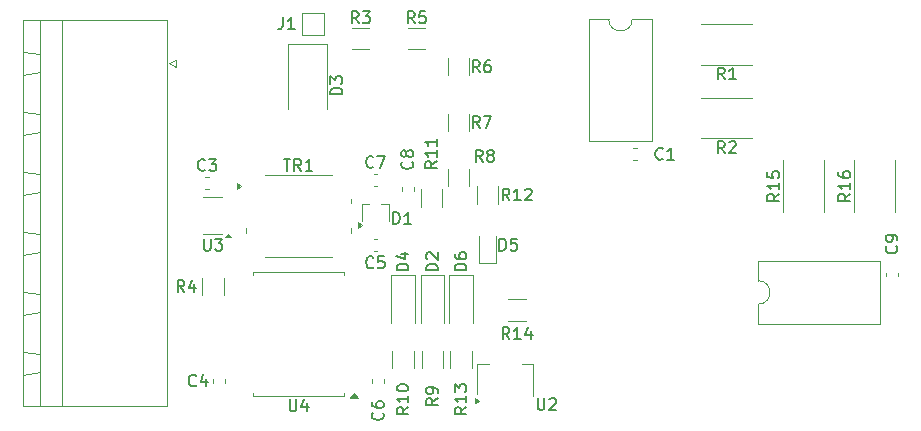
<source format=gbr>
%TF.GenerationSoftware,KiCad,Pcbnew,9.0.1-1.fc42*%
%TF.CreationDate,2025-04-25T16:42:34-04:00*%
%TF.ProjectId,IGBT_DRVR_CM400HA-24H,49474254-5f44-4525-9652-5f434d343030,rev?*%
%TF.SameCoordinates,Original*%
%TF.FileFunction,Legend,Top*%
%TF.FilePolarity,Positive*%
%FSLAX46Y46*%
G04 Gerber Fmt 4.6, Leading zero omitted, Abs format (unit mm)*
G04 Created by KiCad (PCBNEW 9.0.1-1.fc42) date 2025-04-25 16:42:34*
%MOMM*%
%LPD*%
G01*
G04 APERTURE LIST*
%ADD10C,0.150000*%
%ADD11C,0.120000*%
G04 APERTURE END LIST*
D10*
X122988095Y-108054819D02*
X122988095Y-108864342D01*
X122988095Y-108864342D02*
X123035714Y-108959580D01*
X123035714Y-108959580D02*
X123083333Y-109007200D01*
X123083333Y-109007200D02*
X123178571Y-109054819D01*
X123178571Y-109054819D02*
X123369047Y-109054819D01*
X123369047Y-109054819D02*
X123464285Y-109007200D01*
X123464285Y-109007200D02*
X123511904Y-108959580D01*
X123511904Y-108959580D02*
X123559523Y-108864342D01*
X123559523Y-108864342D02*
X123559523Y-108054819D01*
X124464285Y-108388152D02*
X124464285Y-109054819D01*
X124226190Y-108007200D02*
X123988095Y-108721485D01*
X123988095Y-108721485D02*
X124607142Y-108721485D01*
X159833333Y-87204819D02*
X159500000Y-86728628D01*
X159261905Y-87204819D02*
X159261905Y-86204819D01*
X159261905Y-86204819D02*
X159642857Y-86204819D01*
X159642857Y-86204819D02*
X159738095Y-86252438D01*
X159738095Y-86252438D02*
X159785714Y-86300057D01*
X159785714Y-86300057D02*
X159833333Y-86395295D01*
X159833333Y-86395295D02*
X159833333Y-86538152D01*
X159833333Y-86538152D02*
X159785714Y-86633390D01*
X159785714Y-86633390D02*
X159738095Y-86681009D01*
X159738095Y-86681009D02*
X159642857Y-86728628D01*
X159642857Y-86728628D02*
X159261905Y-86728628D01*
X160214286Y-86300057D02*
X160261905Y-86252438D01*
X160261905Y-86252438D02*
X160357143Y-86204819D01*
X160357143Y-86204819D02*
X160595238Y-86204819D01*
X160595238Y-86204819D02*
X160690476Y-86252438D01*
X160690476Y-86252438D02*
X160738095Y-86300057D01*
X160738095Y-86300057D02*
X160785714Y-86395295D01*
X160785714Y-86395295D02*
X160785714Y-86490533D01*
X160785714Y-86490533D02*
X160738095Y-86633390D01*
X160738095Y-86633390D02*
X160166667Y-87204819D01*
X160166667Y-87204819D02*
X160785714Y-87204819D01*
X135554819Y-107966666D02*
X135078628Y-108299999D01*
X135554819Y-108538094D02*
X134554819Y-108538094D01*
X134554819Y-108538094D02*
X134554819Y-108157142D01*
X134554819Y-108157142D02*
X134602438Y-108061904D01*
X134602438Y-108061904D02*
X134650057Y-108014285D01*
X134650057Y-108014285D02*
X134745295Y-107966666D01*
X134745295Y-107966666D02*
X134888152Y-107966666D01*
X134888152Y-107966666D02*
X134983390Y-108014285D01*
X134983390Y-108014285D02*
X135031009Y-108061904D01*
X135031009Y-108061904D02*
X135078628Y-108157142D01*
X135078628Y-108157142D02*
X135078628Y-108538094D01*
X135554819Y-107490475D02*
X135554819Y-107299999D01*
X135554819Y-107299999D02*
X135507200Y-107204761D01*
X135507200Y-107204761D02*
X135459580Y-107157142D01*
X135459580Y-107157142D02*
X135316723Y-107061904D01*
X135316723Y-107061904D02*
X135126247Y-107014285D01*
X135126247Y-107014285D02*
X134745295Y-107014285D01*
X134745295Y-107014285D02*
X134650057Y-107061904D01*
X134650057Y-107061904D02*
X134602438Y-107109523D01*
X134602438Y-107109523D02*
X134554819Y-107204761D01*
X134554819Y-107204761D02*
X134554819Y-107395237D01*
X134554819Y-107395237D02*
X134602438Y-107490475D01*
X134602438Y-107490475D02*
X134650057Y-107538094D01*
X134650057Y-107538094D02*
X134745295Y-107585713D01*
X134745295Y-107585713D02*
X134983390Y-107585713D01*
X134983390Y-107585713D02*
X135078628Y-107538094D01*
X135078628Y-107538094D02*
X135126247Y-107490475D01*
X135126247Y-107490475D02*
X135173866Y-107395237D01*
X135173866Y-107395237D02*
X135173866Y-107204761D01*
X135173866Y-107204761D02*
X135126247Y-107109523D01*
X135126247Y-107109523D02*
X135078628Y-107061904D01*
X135078628Y-107061904D02*
X134983390Y-107014285D01*
X135454819Y-87892857D02*
X134978628Y-88226190D01*
X135454819Y-88464285D02*
X134454819Y-88464285D01*
X134454819Y-88464285D02*
X134454819Y-88083333D01*
X134454819Y-88083333D02*
X134502438Y-87988095D01*
X134502438Y-87988095D02*
X134550057Y-87940476D01*
X134550057Y-87940476D02*
X134645295Y-87892857D01*
X134645295Y-87892857D02*
X134788152Y-87892857D01*
X134788152Y-87892857D02*
X134883390Y-87940476D01*
X134883390Y-87940476D02*
X134931009Y-87988095D01*
X134931009Y-87988095D02*
X134978628Y-88083333D01*
X134978628Y-88083333D02*
X134978628Y-88464285D01*
X135454819Y-86940476D02*
X135454819Y-87511904D01*
X135454819Y-87226190D02*
X134454819Y-87226190D01*
X134454819Y-87226190D02*
X134597676Y-87321428D01*
X134597676Y-87321428D02*
X134692914Y-87416666D01*
X134692914Y-87416666D02*
X134740533Y-87511904D01*
X135454819Y-85988095D02*
X135454819Y-86559523D01*
X135454819Y-86273809D02*
X134454819Y-86273809D01*
X134454819Y-86273809D02*
X134597676Y-86369047D01*
X134597676Y-86369047D02*
X134692914Y-86464285D01*
X134692914Y-86464285D02*
X134740533Y-86559523D01*
X115833333Y-88609580D02*
X115785714Y-88657200D01*
X115785714Y-88657200D02*
X115642857Y-88704819D01*
X115642857Y-88704819D02*
X115547619Y-88704819D01*
X115547619Y-88704819D02*
X115404762Y-88657200D01*
X115404762Y-88657200D02*
X115309524Y-88561961D01*
X115309524Y-88561961D02*
X115261905Y-88466723D01*
X115261905Y-88466723D02*
X115214286Y-88276247D01*
X115214286Y-88276247D02*
X115214286Y-88133390D01*
X115214286Y-88133390D02*
X115261905Y-87942914D01*
X115261905Y-87942914D02*
X115309524Y-87847676D01*
X115309524Y-87847676D02*
X115404762Y-87752438D01*
X115404762Y-87752438D02*
X115547619Y-87704819D01*
X115547619Y-87704819D02*
X115642857Y-87704819D01*
X115642857Y-87704819D02*
X115785714Y-87752438D01*
X115785714Y-87752438D02*
X115833333Y-87800057D01*
X116166667Y-87704819D02*
X116785714Y-87704819D01*
X116785714Y-87704819D02*
X116452381Y-88085771D01*
X116452381Y-88085771D02*
X116595238Y-88085771D01*
X116595238Y-88085771D02*
X116690476Y-88133390D01*
X116690476Y-88133390D02*
X116738095Y-88181009D01*
X116738095Y-88181009D02*
X116785714Y-88276247D01*
X116785714Y-88276247D02*
X116785714Y-88514342D01*
X116785714Y-88514342D02*
X116738095Y-88609580D01*
X116738095Y-88609580D02*
X116690476Y-88657200D01*
X116690476Y-88657200D02*
X116595238Y-88704819D01*
X116595238Y-88704819D02*
X116309524Y-88704819D01*
X116309524Y-88704819D02*
X116214286Y-88657200D01*
X116214286Y-88657200D02*
X116166667Y-88609580D01*
X122488095Y-87704819D02*
X123059523Y-87704819D01*
X122773809Y-88704819D02*
X122773809Y-87704819D01*
X123964285Y-88704819D02*
X123630952Y-88228628D01*
X123392857Y-88704819D02*
X123392857Y-87704819D01*
X123392857Y-87704819D02*
X123773809Y-87704819D01*
X123773809Y-87704819D02*
X123869047Y-87752438D01*
X123869047Y-87752438D02*
X123916666Y-87800057D01*
X123916666Y-87800057D02*
X123964285Y-87895295D01*
X123964285Y-87895295D02*
X123964285Y-88038152D01*
X123964285Y-88038152D02*
X123916666Y-88133390D01*
X123916666Y-88133390D02*
X123869047Y-88181009D01*
X123869047Y-88181009D02*
X123773809Y-88228628D01*
X123773809Y-88228628D02*
X123392857Y-88228628D01*
X124916666Y-88704819D02*
X124345238Y-88704819D01*
X124630952Y-88704819D02*
X124630952Y-87704819D01*
X124630952Y-87704819D02*
X124535714Y-87847676D01*
X124535714Y-87847676D02*
X124440476Y-87942914D01*
X124440476Y-87942914D02*
X124345238Y-87990533D01*
X164454819Y-90642857D02*
X163978628Y-90976190D01*
X164454819Y-91214285D02*
X163454819Y-91214285D01*
X163454819Y-91214285D02*
X163454819Y-90833333D01*
X163454819Y-90833333D02*
X163502438Y-90738095D01*
X163502438Y-90738095D02*
X163550057Y-90690476D01*
X163550057Y-90690476D02*
X163645295Y-90642857D01*
X163645295Y-90642857D02*
X163788152Y-90642857D01*
X163788152Y-90642857D02*
X163883390Y-90690476D01*
X163883390Y-90690476D02*
X163931009Y-90738095D01*
X163931009Y-90738095D02*
X163978628Y-90833333D01*
X163978628Y-90833333D02*
X163978628Y-91214285D01*
X164454819Y-89690476D02*
X164454819Y-90261904D01*
X164454819Y-89976190D02*
X163454819Y-89976190D01*
X163454819Y-89976190D02*
X163597676Y-90071428D01*
X163597676Y-90071428D02*
X163692914Y-90166666D01*
X163692914Y-90166666D02*
X163740533Y-90261904D01*
X163454819Y-88785714D02*
X163454819Y-89261904D01*
X163454819Y-89261904D02*
X163931009Y-89309523D01*
X163931009Y-89309523D02*
X163883390Y-89261904D01*
X163883390Y-89261904D02*
X163835771Y-89166666D01*
X163835771Y-89166666D02*
X163835771Y-88928571D01*
X163835771Y-88928571D02*
X163883390Y-88833333D01*
X163883390Y-88833333D02*
X163931009Y-88785714D01*
X163931009Y-88785714D02*
X164026247Y-88738095D01*
X164026247Y-88738095D02*
X164264342Y-88738095D01*
X164264342Y-88738095D02*
X164359580Y-88785714D01*
X164359580Y-88785714D02*
X164407200Y-88833333D01*
X164407200Y-88833333D02*
X164454819Y-88928571D01*
X164454819Y-88928571D02*
X164454819Y-89166666D01*
X164454819Y-89166666D02*
X164407200Y-89261904D01*
X164407200Y-89261904D02*
X164359580Y-89309523D01*
X137954819Y-108692857D02*
X137478628Y-109026190D01*
X137954819Y-109264285D02*
X136954819Y-109264285D01*
X136954819Y-109264285D02*
X136954819Y-108883333D01*
X136954819Y-108883333D02*
X137002438Y-108788095D01*
X137002438Y-108788095D02*
X137050057Y-108740476D01*
X137050057Y-108740476D02*
X137145295Y-108692857D01*
X137145295Y-108692857D02*
X137288152Y-108692857D01*
X137288152Y-108692857D02*
X137383390Y-108740476D01*
X137383390Y-108740476D02*
X137431009Y-108788095D01*
X137431009Y-108788095D02*
X137478628Y-108883333D01*
X137478628Y-108883333D02*
X137478628Y-109264285D01*
X137954819Y-107740476D02*
X137954819Y-108311904D01*
X137954819Y-108026190D02*
X136954819Y-108026190D01*
X136954819Y-108026190D02*
X137097676Y-108121428D01*
X137097676Y-108121428D02*
X137192914Y-108216666D01*
X137192914Y-108216666D02*
X137240533Y-108311904D01*
X136954819Y-107407142D02*
X136954819Y-106788095D01*
X136954819Y-106788095D02*
X137335771Y-107121428D01*
X137335771Y-107121428D02*
X137335771Y-106978571D01*
X137335771Y-106978571D02*
X137383390Y-106883333D01*
X137383390Y-106883333D02*
X137431009Y-106835714D01*
X137431009Y-106835714D02*
X137526247Y-106788095D01*
X137526247Y-106788095D02*
X137764342Y-106788095D01*
X137764342Y-106788095D02*
X137859580Y-106835714D01*
X137859580Y-106835714D02*
X137907200Y-106883333D01*
X137907200Y-106883333D02*
X137954819Y-106978571D01*
X137954819Y-106978571D02*
X137954819Y-107264285D01*
X137954819Y-107264285D02*
X137907200Y-107359523D01*
X137907200Y-107359523D02*
X137859580Y-107407142D01*
X133359580Y-87916666D02*
X133407200Y-87964285D01*
X133407200Y-87964285D02*
X133454819Y-88107142D01*
X133454819Y-88107142D02*
X133454819Y-88202380D01*
X133454819Y-88202380D02*
X133407200Y-88345237D01*
X133407200Y-88345237D02*
X133311961Y-88440475D01*
X133311961Y-88440475D02*
X133216723Y-88488094D01*
X133216723Y-88488094D02*
X133026247Y-88535713D01*
X133026247Y-88535713D02*
X132883390Y-88535713D01*
X132883390Y-88535713D02*
X132692914Y-88488094D01*
X132692914Y-88488094D02*
X132597676Y-88440475D01*
X132597676Y-88440475D02*
X132502438Y-88345237D01*
X132502438Y-88345237D02*
X132454819Y-88202380D01*
X132454819Y-88202380D02*
X132454819Y-88107142D01*
X132454819Y-88107142D02*
X132502438Y-87964285D01*
X132502438Y-87964285D02*
X132550057Y-87916666D01*
X132883390Y-87345237D02*
X132835771Y-87440475D01*
X132835771Y-87440475D02*
X132788152Y-87488094D01*
X132788152Y-87488094D02*
X132692914Y-87535713D01*
X132692914Y-87535713D02*
X132645295Y-87535713D01*
X132645295Y-87535713D02*
X132550057Y-87488094D01*
X132550057Y-87488094D02*
X132502438Y-87440475D01*
X132502438Y-87440475D02*
X132454819Y-87345237D01*
X132454819Y-87345237D02*
X132454819Y-87154761D01*
X132454819Y-87154761D02*
X132502438Y-87059523D01*
X132502438Y-87059523D02*
X132550057Y-87011904D01*
X132550057Y-87011904D02*
X132645295Y-86964285D01*
X132645295Y-86964285D02*
X132692914Y-86964285D01*
X132692914Y-86964285D02*
X132788152Y-87011904D01*
X132788152Y-87011904D02*
X132835771Y-87059523D01*
X132835771Y-87059523D02*
X132883390Y-87154761D01*
X132883390Y-87154761D02*
X132883390Y-87345237D01*
X132883390Y-87345237D02*
X132931009Y-87440475D01*
X132931009Y-87440475D02*
X132978628Y-87488094D01*
X132978628Y-87488094D02*
X133073866Y-87535713D01*
X133073866Y-87535713D02*
X133264342Y-87535713D01*
X133264342Y-87535713D02*
X133359580Y-87488094D01*
X133359580Y-87488094D02*
X133407200Y-87440475D01*
X133407200Y-87440475D02*
X133454819Y-87345237D01*
X133454819Y-87345237D02*
X133454819Y-87154761D01*
X133454819Y-87154761D02*
X133407200Y-87059523D01*
X133407200Y-87059523D02*
X133359580Y-87011904D01*
X133359580Y-87011904D02*
X133264342Y-86964285D01*
X133264342Y-86964285D02*
X133073866Y-86964285D01*
X133073866Y-86964285D02*
X132978628Y-87011904D01*
X132978628Y-87011904D02*
X132931009Y-87059523D01*
X132931009Y-87059523D02*
X132883390Y-87154761D01*
X139083333Y-80354819D02*
X138750000Y-79878628D01*
X138511905Y-80354819D02*
X138511905Y-79354819D01*
X138511905Y-79354819D02*
X138892857Y-79354819D01*
X138892857Y-79354819D02*
X138988095Y-79402438D01*
X138988095Y-79402438D02*
X139035714Y-79450057D01*
X139035714Y-79450057D02*
X139083333Y-79545295D01*
X139083333Y-79545295D02*
X139083333Y-79688152D01*
X139083333Y-79688152D02*
X139035714Y-79783390D01*
X139035714Y-79783390D02*
X138988095Y-79831009D01*
X138988095Y-79831009D02*
X138892857Y-79878628D01*
X138892857Y-79878628D02*
X138511905Y-79878628D01*
X139940476Y-79354819D02*
X139750000Y-79354819D01*
X139750000Y-79354819D02*
X139654762Y-79402438D01*
X139654762Y-79402438D02*
X139607143Y-79450057D01*
X139607143Y-79450057D02*
X139511905Y-79592914D01*
X139511905Y-79592914D02*
X139464286Y-79783390D01*
X139464286Y-79783390D02*
X139464286Y-80164342D01*
X139464286Y-80164342D02*
X139511905Y-80259580D01*
X139511905Y-80259580D02*
X139559524Y-80307200D01*
X139559524Y-80307200D02*
X139654762Y-80354819D01*
X139654762Y-80354819D02*
X139845238Y-80354819D01*
X139845238Y-80354819D02*
X139940476Y-80307200D01*
X139940476Y-80307200D02*
X139988095Y-80259580D01*
X139988095Y-80259580D02*
X140035714Y-80164342D01*
X140035714Y-80164342D02*
X140035714Y-79926247D01*
X140035714Y-79926247D02*
X139988095Y-79831009D01*
X139988095Y-79831009D02*
X139940476Y-79783390D01*
X139940476Y-79783390D02*
X139845238Y-79735771D01*
X139845238Y-79735771D02*
X139654762Y-79735771D01*
X139654762Y-79735771D02*
X139559524Y-79783390D01*
X139559524Y-79783390D02*
X139511905Y-79831009D01*
X139511905Y-79831009D02*
X139464286Y-79926247D01*
X131761905Y-93204819D02*
X131761905Y-92204819D01*
X131761905Y-92204819D02*
X132000000Y-92204819D01*
X132000000Y-92204819D02*
X132142857Y-92252438D01*
X132142857Y-92252438D02*
X132238095Y-92347676D01*
X132238095Y-92347676D02*
X132285714Y-92442914D01*
X132285714Y-92442914D02*
X132333333Y-92633390D01*
X132333333Y-92633390D02*
X132333333Y-92776247D01*
X132333333Y-92776247D02*
X132285714Y-92966723D01*
X132285714Y-92966723D02*
X132238095Y-93061961D01*
X132238095Y-93061961D02*
X132142857Y-93157200D01*
X132142857Y-93157200D02*
X132000000Y-93204819D01*
X132000000Y-93204819D02*
X131761905Y-93204819D01*
X133285714Y-93204819D02*
X132714286Y-93204819D01*
X133000000Y-93204819D02*
X133000000Y-92204819D01*
X133000000Y-92204819D02*
X132904762Y-92347676D01*
X132904762Y-92347676D02*
X132809524Y-92442914D01*
X132809524Y-92442914D02*
X132714286Y-92490533D01*
X114083333Y-98954819D02*
X113750000Y-98478628D01*
X113511905Y-98954819D02*
X113511905Y-97954819D01*
X113511905Y-97954819D02*
X113892857Y-97954819D01*
X113892857Y-97954819D02*
X113988095Y-98002438D01*
X113988095Y-98002438D02*
X114035714Y-98050057D01*
X114035714Y-98050057D02*
X114083333Y-98145295D01*
X114083333Y-98145295D02*
X114083333Y-98288152D01*
X114083333Y-98288152D02*
X114035714Y-98383390D01*
X114035714Y-98383390D02*
X113988095Y-98431009D01*
X113988095Y-98431009D02*
X113892857Y-98478628D01*
X113892857Y-98478628D02*
X113511905Y-98478628D01*
X114940476Y-98288152D02*
X114940476Y-98954819D01*
X114702381Y-97907200D02*
X114464286Y-98621485D01*
X114464286Y-98621485D02*
X115083333Y-98621485D01*
X143988095Y-107954819D02*
X143988095Y-108764342D01*
X143988095Y-108764342D02*
X144035714Y-108859580D01*
X144035714Y-108859580D02*
X144083333Y-108907200D01*
X144083333Y-108907200D02*
X144178571Y-108954819D01*
X144178571Y-108954819D02*
X144369047Y-108954819D01*
X144369047Y-108954819D02*
X144464285Y-108907200D01*
X144464285Y-108907200D02*
X144511904Y-108859580D01*
X144511904Y-108859580D02*
X144559523Y-108764342D01*
X144559523Y-108764342D02*
X144559523Y-107954819D01*
X144988095Y-108050057D02*
X145035714Y-108002438D01*
X145035714Y-108002438D02*
X145130952Y-107954819D01*
X145130952Y-107954819D02*
X145369047Y-107954819D01*
X145369047Y-107954819D02*
X145464285Y-108002438D01*
X145464285Y-108002438D02*
X145511904Y-108050057D01*
X145511904Y-108050057D02*
X145559523Y-108145295D01*
X145559523Y-108145295D02*
X145559523Y-108240533D01*
X145559523Y-108240533D02*
X145511904Y-108383390D01*
X145511904Y-108383390D02*
X144940476Y-108954819D01*
X144940476Y-108954819D02*
X145559523Y-108954819D01*
X115083333Y-106859580D02*
X115035714Y-106907200D01*
X115035714Y-106907200D02*
X114892857Y-106954819D01*
X114892857Y-106954819D02*
X114797619Y-106954819D01*
X114797619Y-106954819D02*
X114654762Y-106907200D01*
X114654762Y-106907200D02*
X114559524Y-106811961D01*
X114559524Y-106811961D02*
X114511905Y-106716723D01*
X114511905Y-106716723D02*
X114464286Y-106526247D01*
X114464286Y-106526247D02*
X114464286Y-106383390D01*
X114464286Y-106383390D02*
X114511905Y-106192914D01*
X114511905Y-106192914D02*
X114559524Y-106097676D01*
X114559524Y-106097676D02*
X114654762Y-106002438D01*
X114654762Y-106002438D02*
X114797619Y-105954819D01*
X114797619Y-105954819D02*
X114892857Y-105954819D01*
X114892857Y-105954819D02*
X115035714Y-106002438D01*
X115035714Y-106002438D02*
X115083333Y-106050057D01*
X115940476Y-106288152D02*
X115940476Y-106954819D01*
X115702381Y-105907200D02*
X115464286Y-106621485D01*
X115464286Y-106621485D02*
X116083333Y-106621485D01*
X141607142Y-102954819D02*
X141273809Y-102478628D01*
X141035714Y-102954819D02*
X141035714Y-101954819D01*
X141035714Y-101954819D02*
X141416666Y-101954819D01*
X141416666Y-101954819D02*
X141511904Y-102002438D01*
X141511904Y-102002438D02*
X141559523Y-102050057D01*
X141559523Y-102050057D02*
X141607142Y-102145295D01*
X141607142Y-102145295D02*
X141607142Y-102288152D01*
X141607142Y-102288152D02*
X141559523Y-102383390D01*
X141559523Y-102383390D02*
X141511904Y-102431009D01*
X141511904Y-102431009D02*
X141416666Y-102478628D01*
X141416666Y-102478628D02*
X141035714Y-102478628D01*
X142559523Y-102954819D02*
X141988095Y-102954819D01*
X142273809Y-102954819D02*
X142273809Y-101954819D01*
X142273809Y-101954819D02*
X142178571Y-102097676D01*
X142178571Y-102097676D02*
X142083333Y-102192914D01*
X142083333Y-102192914D02*
X141988095Y-102240533D01*
X143416666Y-102288152D02*
X143416666Y-102954819D01*
X143178571Y-101907200D02*
X142940476Y-102621485D01*
X142940476Y-102621485D02*
X143559523Y-102621485D01*
X154583333Y-87659580D02*
X154535714Y-87707200D01*
X154535714Y-87707200D02*
X154392857Y-87754819D01*
X154392857Y-87754819D02*
X154297619Y-87754819D01*
X154297619Y-87754819D02*
X154154762Y-87707200D01*
X154154762Y-87707200D02*
X154059524Y-87611961D01*
X154059524Y-87611961D02*
X154011905Y-87516723D01*
X154011905Y-87516723D02*
X153964286Y-87326247D01*
X153964286Y-87326247D02*
X153964286Y-87183390D01*
X153964286Y-87183390D02*
X154011905Y-86992914D01*
X154011905Y-86992914D02*
X154059524Y-86897676D01*
X154059524Y-86897676D02*
X154154762Y-86802438D01*
X154154762Y-86802438D02*
X154297619Y-86754819D01*
X154297619Y-86754819D02*
X154392857Y-86754819D01*
X154392857Y-86754819D02*
X154535714Y-86802438D01*
X154535714Y-86802438D02*
X154583333Y-86850057D01*
X155535714Y-87754819D02*
X154964286Y-87754819D01*
X155250000Y-87754819D02*
X155250000Y-86754819D01*
X155250000Y-86754819D02*
X155154762Y-86897676D01*
X155154762Y-86897676D02*
X155059524Y-86992914D01*
X155059524Y-86992914D02*
X154964286Y-87040533D01*
X130083333Y-96859580D02*
X130035714Y-96907200D01*
X130035714Y-96907200D02*
X129892857Y-96954819D01*
X129892857Y-96954819D02*
X129797619Y-96954819D01*
X129797619Y-96954819D02*
X129654762Y-96907200D01*
X129654762Y-96907200D02*
X129559524Y-96811961D01*
X129559524Y-96811961D02*
X129511905Y-96716723D01*
X129511905Y-96716723D02*
X129464286Y-96526247D01*
X129464286Y-96526247D02*
X129464286Y-96383390D01*
X129464286Y-96383390D02*
X129511905Y-96192914D01*
X129511905Y-96192914D02*
X129559524Y-96097676D01*
X129559524Y-96097676D02*
X129654762Y-96002438D01*
X129654762Y-96002438D02*
X129797619Y-95954819D01*
X129797619Y-95954819D02*
X129892857Y-95954819D01*
X129892857Y-95954819D02*
X130035714Y-96002438D01*
X130035714Y-96002438D02*
X130083333Y-96050057D01*
X130988095Y-95954819D02*
X130511905Y-95954819D01*
X130511905Y-95954819D02*
X130464286Y-96431009D01*
X130464286Y-96431009D02*
X130511905Y-96383390D01*
X130511905Y-96383390D02*
X130607143Y-96335771D01*
X130607143Y-96335771D02*
X130845238Y-96335771D01*
X130845238Y-96335771D02*
X130940476Y-96383390D01*
X130940476Y-96383390D02*
X130988095Y-96431009D01*
X130988095Y-96431009D02*
X131035714Y-96526247D01*
X131035714Y-96526247D02*
X131035714Y-96764342D01*
X131035714Y-96764342D02*
X130988095Y-96859580D01*
X130988095Y-96859580D02*
X130940476Y-96907200D01*
X130940476Y-96907200D02*
X130845238Y-96954819D01*
X130845238Y-96954819D02*
X130607143Y-96954819D01*
X130607143Y-96954819D02*
X130511905Y-96907200D01*
X130511905Y-96907200D02*
X130464286Y-96859580D01*
X130859580Y-109166666D02*
X130907200Y-109214285D01*
X130907200Y-109214285D02*
X130954819Y-109357142D01*
X130954819Y-109357142D02*
X130954819Y-109452380D01*
X130954819Y-109452380D02*
X130907200Y-109595237D01*
X130907200Y-109595237D02*
X130811961Y-109690475D01*
X130811961Y-109690475D02*
X130716723Y-109738094D01*
X130716723Y-109738094D02*
X130526247Y-109785713D01*
X130526247Y-109785713D02*
X130383390Y-109785713D01*
X130383390Y-109785713D02*
X130192914Y-109738094D01*
X130192914Y-109738094D02*
X130097676Y-109690475D01*
X130097676Y-109690475D02*
X130002438Y-109595237D01*
X130002438Y-109595237D02*
X129954819Y-109452380D01*
X129954819Y-109452380D02*
X129954819Y-109357142D01*
X129954819Y-109357142D02*
X130002438Y-109214285D01*
X130002438Y-109214285D02*
X130050057Y-109166666D01*
X129954819Y-108309523D02*
X129954819Y-108499999D01*
X129954819Y-108499999D02*
X130002438Y-108595237D01*
X130002438Y-108595237D02*
X130050057Y-108642856D01*
X130050057Y-108642856D02*
X130192914Y-108738094D01*
X130192914Y-108738094D02*
X130383390Y-108785713D01*
X130383390Y-108785713D02*
X130764342Y-108785713D01*
X130764342Y-108785713D02*
X130859580Y-108738094D01*
X130859580Y-108738094D02*
X130907200Y-108690475D01*
X130907200Y-108690475D02*
X130954819Y-108595237D01*
X130954819Y-108595237D02*
X130954819Y-108404761D01*
X130954819Y-108404761D02*
X130907200Y-108309523D01*
X130907200Y-108309523D02*
X130859580Y-108261904D01*
X130859580Y-108261904D02*
X130764342Y-108214285D01*
X130764342Y-108214285D02*
X130526247Y-108214285D01*
X130526247Y-108214285D02*
X130431009Y-108261904D01*
X130431009Y-108261904D02*
X130383390Y-108309523D01*
X130383390Y-108309523D02*
X130335771Y-108404761D01*
X130335771Y-108404761D02*
X130335771Y-108595237D01*
X130335771Y-108595237D02*
X130383390Y-108690475D01*
X130383390Y-108690475D02*
X130431009Y-108738094D01*
X130431009Y-108738094D02*
X130526247Y-108785713D01*
X159833333Y-80954819D02*
X159500000Y-80478628D01*
X159261905Y-80954819D02*
X159261905Y-79954819D01*
X159261905Y-79954819D02*
X159642857Y-79954819D01*
X159642857Y-79954819D02*
X159738095Y-80002438D01*
X159738095Y-80002438D02*
X159785714Y-80050057D01*
X159785714Y-80050057D02*
X159833333Y-80145295D01*
X159833333Y-80145295D02*
X159833333Y-80288152D01*
X159833333Y-80288152D02*
X159785714Y-80383390D01*
X159785714Y-80383390D02*
X159738095Y-80431009D01*
X159738095Y-80431009D02*
X159642857Y-80478628D01*
X159642857Y-80478628D02*
X159261905Y-80478628D01*
X160785714Y-80954819D02*
X160214286Y-80954819D01*
X160500000Y-80954819D02*
X160500000Y-79954819D01*
X160500000Y-79954819D02*
X160404762Y-80097676D01*
X160404762Y-80097676D02*
X160309524Y-80192914D01*
X160309524Y-80192914D02*
X160214286Y-80240533D01*
X130083333Y-88359580D02*
X130035714Y-88407200D01*
X130035714Y-88407200D02*
X129892857Y-88454819D01*
X129892857Y-88454819D02*
X129797619Y-88454819D01*
X129797619Y-88454819D02*
X129654762Y-88407200D01*
X129654762Y-88407200D02*
X129559524Y-88311961D01*
X129559524Y-88311961D02*
X129511905Y-88216723D01*
X129511905Y-88216723D02*
X129464286Y-88026247D01*
X129464286Y-88026247D02*
X129464286Y-87883390D01*
X129464286Y-87883390D02*
X129511905Y-87692914D01*
X129511905Y-87692914D02*
X129559524Y-87597676D01*
X129559524Y-87597676D02*
X129654762Y-87502438D01*
X129654762Y-87502438D02*
X129797619Y-87454819D01*
X129797619Y-87454819D02*
X129892857Y-87454819D01*
X129892857Y-87454819D02*
X130035714Y-87502438D01*
X130035714Y-87502438D02*
X130083333Y-87550057D01*
X130416667Y-87454819D02*
X131083333Y-87454819D01*
X131083333Y-87454819D02*
X130654762Y-88454819D01*
X115738095Y-94454819D02*
X115738095Y-95264342D01*
X115738095Y-95264342D02*
X115785714Y-95359580D01*
X115785714Y-95359580D02*
X115833333Y-95407200D01*
X115833333Y-95407200D02*
X115928571Y-95454819D01*
X115928571Y-95454819D02*
X116119047Y-95454819D01*
X116119047Y-95454819D02*
X116214285Y-95407200D01*
X116214285Y-95407200D02*
X116261904Y-95359580D01*
X116261904Y-95359580D02*
X116309523Y-95264342D01*
X116309523Y-95264342D02*
X116309523Y-94454819D01*
X116690476Y-94454819D02*
X117309523Y-94454819D01*
X117309523Y-94454819D02*
X116976190Y-94835771D01*
X116976190Y-94835771D02*
X117119047Y-94835771D01*
X117119047Y-94835771D02*
X117214285Y-94883390D01*
X117214285Y-94883390D02*
X117261904Y-94931009D01*
X117261904Y-94931009D02*
X117309523Y-95026247D01*
X117309523Y-95026247D02*
X117309523Y-95264342D01*
X117309523Y-95264342D02*
X117261904Y-95359580D01*
X117261904Y-95359580D02*
X117214285Y-95407200D01*
X117214285Y-95407200D02*
X117119047Y-95454819D01*
X117119047Y-95454819D02*
X116833333Y-95454819D01*
X116833333Y-95454819D02*
X116738095Y-95407200D01*
X116738095Y-95407200D02*
X116690476Y-95359580D01*
X122416666Y-75704819D02*
X122416666Y-76419104D01*
X122416666Y-76419104D02*
X122369047Y-76561961D01*
X122369047Y-76561961D02*
X122273809Y-76657200D01*
X122273809Y-76657200D02*
X122130952Y-76704819D01*
X122130952Y-76704819D02*
X122035714Y-76704819D01*
X123416666Y-76704819D02*
X122845238Y-76704819D01*
X123130952Y-76704819D02*
X123130952Y-75704819D01*
X123130952Y-75704819D02*
X123035714Y-75847676D01*
X123035714Y-75847676D02*
X122940476Y-75942914D01*
X122940476Y-75942914D02*
X122845238Y-75990533D01*
X140761905Y-95454819D02*
X140761905Y-94454819D01*
X140761905Y-94454819D02*
X141000000Y-94454819D01*
X141000000Y-94454819D02*
X141142857Y-94502438D01*
X141142857Y-94502438D02*
X141238095Y-94597676D01*
X141238095Y-94597676D02*
X141285714Y-94692914D01*
X141285714Y-94692914D02*
X141333333Y-94883390D01*
X141333333Y-94883390D02*
X141333333Y-95026247D01*
X141333333Y-95026247D02*
X141285714Y-95216723D01*
X141285714Y-95216723D02*
X141238095Y-95311961D01*
X141238095Y-95311961D02*
X141142857Y-95407200D01*
X141142857Y-95407200D02*
X141000000Y-95454819D01*
X141000000Y-95454819D02*
X140761905Y-95454819D01*
X142238095Y-94454819D02*
X141761905Y-94454819D01*
X141761905Y-94454819D02*
X141714286Y-94931009D01*
X141714286Y-94931009D02*
X141761905Y-94883390D01*
X141761905Y-94883390D02*
X141857143Y-94835771D01*
X141857143Y-94835771D02*
X142095238Y-94835771D01*
X142095238Y-94835771D02*
X142190476Y-94883390D01*
X142190476Y-94883390D02*
X142238095Y-94931009D01*
X142238095Y-94931009D02*
X142285714Y-95026247D01*
X142285714Y-95026247D02*
X142285714Y-95264342D01*
X142285714Y-95264342D02*
X142238095Y-95359580D01*
X142238095Y-95359580D02*
X142190476Y-95407200D01*
X142190476Y-95407200D02*
X142095238Y-95454819D01*
X142095238Y-95454819D02*
X141857143Y-95454819D01*
X141857143Y-95454819D02*
X141761905Y-95407200D01*
X141761905Y-95407200D02*
X141714286Y-95359580D01*
X139083333Y-85054819D02*
X138750000Y-84578628D01*
X138511905Y-85054819D02*
X138511905Y-84054819D01*
X138511905Y-84054819D02*
X138892857Y-84054819D01*
X138892857Y-84054819D02*
X138988095Y-84102438D01*
X138988095Y-84102438D02*
X139035714Y-84150057D01*
X139035714Y-84150057D02*
X139083333Y-84245295D01*
X139083333Y-84245295D02*
X139083333Y-84388152D01*
X139083333Y-84388152D02*
X139035714Y-84483390D01*
X139035714Y-84483390D02*
X138988095Y-84531009D01*
X138988095Y-84531009D02*
X138892857Y-84578628D01*
X138892857Y-84578628D02*
X138511905Y-84578628D01*
X139416667Y-84054819D02*
X140083333Y-84054819D01*
X140083333Y-84054819D02*
X139654762Y-85054819D01*
X133054819Y-97138094D02*
X132054819Y-97138094D01*
X132054819Y-97138094D02*
X132054819Y-96899999D01*
X132054819Y-96899999D02*
X132102438Y-96757142D01*
X132102438Y-96757142D02*
X132197676Y-96661904D01*
X132197676Y-96661904D02*
X132292914Y-96614285D01*
X132292914Y-96614285D02*
X132483390Y-96566666D01*
X132483390Y-96566666D02*
X132626247Y-96566666D01*
X132626247Y-96566666D02*
X132816723Y-96614285D01*
X132816723Y-96614285D02*
X132911961Y-96661904D01*
X132911961Y-96661904D02*
X133007200Y-96757142D01*
X133007200Y-96757142D02*
X133054819Y-96899999D01*
X133054819Y-96899999D02*
X133054819Y-97138094D01*
X132388152Y-95709523D02*
X133054819Y-95709523D01*
X132007200Y-95947618D02*
X132721485Y-96185713D01*
X132721485Y-96185713D02*
X132721485Y-95566666D01*
X174359580Y-95066666D02*
X174407200Y-95114285D01*
X174407200Y-95114285D02*
X174454819Y-95257142D01*
X174454819Y-95257142D02*
X174454819Y-95352380D01*
X174454819Y-95352380D02*
X174407200Y-95495237D01*
X174407200Y-95495237D02*
X174311961Y-95590475D01*
X174311961Y-95590475D02*
X174216723Y-95638094D01*
X174216723Y-95638094D02*
X174026247Y-95685713D01*
X174026247Y-95685713D02*
X173883390Y-95685713D01*
X173883390Y-95685713D02*
X173692914Y-95638094D01*
X173692914Y-95638094D02*
X173597676Y-95590475D01*
X173597676Y-95590475D02*
X173502438Y-95495237D01*
X173502438Y-95495237D02*
X173454819Y-95352380D01*
X173454819Y-95352380D02*
X173454819Y-95257142D01*
X173454819Y-95257142D02*
X173502438Y-95114285D01*
X173502438Y-95114285D02*
X173550057Y-95066666D01*
X174454819Y-94590475D02*
X174454819Y-94399999D01*
X174454819Y-94399999D02*
X174407200Y-94304761D01*
X174407200Y-94304761D02*
X174359580Y-94257142D01*
X174359580Y-94257142D02*
X174216723Y-94161904D01*
X174216723Y-94161904D02*
X174026247Y-94114285D01*
X174026247Y-94114285D02*
X173645295Y-94114285D01*
X173645295Y-94114285D02*
X173550057Y-94161904D01*
X173550057Y-94161904D02*
X173502438Y-94209523D01*
X173502438Y-94209523D02*
X173454819Y-94304761D01*
X173454819Y-94304761D02*
X173454819Y-94495237D01*
X173454819Y-94495237D02*
X173502438Y-94590475D01*
X173502438Y-94590475D02*
X173550057Y-94638094D01*
X173550057Y-94638094D02*
X173645295Y-94685713D01*
X173645295Y-94685713D02*
X173883390Y-94685713D01*
X173883390Y-94685713D02*
X173978628Y-94638094D01*
X173978628Y-94638094D02*
X174026247Y-94590475D01*
X174026247Y-94590475D02*
X174073866Y-94495237D01*
X174073866Y-94495237D02*
X174073866Y-94304761D01*
X174073866Y-94304761D02*
X174026247Y-94209523D01*
X174026247Y-94209523D02*
X173978628Y-94161904D01*
X173978628Y-94161904D02*
X173883390Y-94114285D01*
X133583333Y-76204819D02*
X133250000Y-75728628D01*
X133011905Y-76204819D02*
X133011905Y-75204819D01*
X133011905Y-75204819D02*
X133392857Y-75204819D01*
X133392857Y-75204819D02*
X133488095Y-75252438D01*
X133488095Y-75252438D02*
X133535714Y-75300057D01*
X133535714Y-75300057D02*
X133583333Y-75395295D01*
X133583333Y-75395295D02*
X133583333Y-75538152D01*
X133583333Y-75538152D02*
X133535714Y-75633390D01*
X133535714Y-75633390D02*
X133488095Y-75681009D01*
X133488095Y-75681009D02*
X133392857Y-75728628D01*
X133392857Y-75728628D02*
X133011905Y-75728628D01*
X134488095Y-75204819D02*
X134011905Y-75204819D01*
X134011905Y-75204819D02*
X133964286Y-75681009D01*
X133964286Y-75681009D02*
X134011905Y-75633390D01*
X134011905Y-75633390D02*
X134107143Y-75585771D01*
X134107143Y-75585771D02*
X134345238Y-75585771D01*
X134345238Y-75585771D02*
X134440476Y-75633390D01*
X134440476Y-75633390D02*
X134488095Y-75681009D01*
X134488095Y-75681009D02*
X134535714Y-75776247D01*
X134535714Y-75776247D02*
X134535714Y-76014342D01*
X134535714Y-76014342D02*
X134488095Y-76109580D01*
X134488095Y-76109580D02*
X134440476Y-76157200D01*
X134440476Y-76157200D02*
X134345238Y-76204819D01*
X134345238Y-76204819D02*
X134107143Y-76204819D01*
X134107143Y-76204819D02*
X134011905Y-76157200D01*
X134011905Y-76157200D02*
X133964286Y-76109580D01*
X137954819Y-97138094D02*
X136954819Y-97138094D01*
X136954819Y-97138094D02*
X136954819Y-96899999D01*
X136954819Y-96899999D02*
X137002438Y-96757142D01*
X137002438Y-96757142D02*
X137097676Y-96661904D01*
X137097676Y-96661904D02*
X137192914Y-96614285D01*
X137192914Y-96614285D02*
X137383390Y-96566666D01*
X137383390Y-96566666D02*
X137526247Y-96566666D01*
X137526247Y-96566666D02*
X137716723Y-96614285D01*
X137716723Y-96614285D02*
X137811961Y-96661904D01*
X137811961Y-96661904D02*
X137907200Y-96757142D01*
X137907200Y-96757142D02*
X137954819Y-96899999D01*
X137954819Y-96899999D02*
X137954819Y-97138094D01*
X136954819Y-95709523D02*
X136954819Y-95899999D01*
X136954819Y-95899999D02*
X137002438Y-95995237D01*
X137002438Y-95995237D02*
X137050057Y-96042856D01*
X137050057Y-96042856D02*
X137192914Y-96138094D01*
X137192914Y-96138094D02*
X137383390Y-96185713D01*
X137383390Y-96185713D02*
X137764342Y-96185713D01*
X137764342Y-96185713D02*
X137859580Y-96138094D01*
X137859580Y-96138094D02*
X137907200Y-96090475D01*
X137907200Y-96090475D02*
X137954819Y-95995237D01*
X137954819Y-95995237D02*
X137954819Y-95804761D01*
X137954819Y-95804761D02*
X137907200Y-95709523D01*
X137907200Y-95709523D02*
X137859580Y-95661904D01*
X137859580Y-95661904D02*
X137764342Y-95614285D01*
X137764342Y-95614285D02*
X137526247Y-95614285D01*
X137526247Y-95614285D02*
X137431009Y-95661904D01*
X137431009Y-95661904D02*
X137383390Y-95709523D01*
X137383390Y-95709523D02*
X137335771Y-95804761D01*
X137335771Y-95804761D02*
X137335771Y-95995237D01*
X137335771Y-95995237D02*
X137383390Y-96090475D01*
X137383390Y-96090475D02*
X137431009Y-96138094D01*
X137431009Y-96138094D02*
X137526247Y-96185713D01*
X170454819Y-90642857D02*
X169978628Y-90976190D01*
X170454819Y-91214285D02*
X169454819Y-91214285D01*
X169454819Y-91214285D02*
X169454819Y-90833333D01*
X169454819Y-90833333D02*
X169502438Y-90738095D01*
X169502438Y-90738095D02*
X169550057Y-90690476D01*
X169550057Y-90690476D02*
X169645295Y-90642857D01*
X169645295Y-90642857D02*
X169788152Y-90642857D01*
X169788152Y-90642857D02*
X169883390Y-90690476D01*
X169883390Y-90690476D02*
X169931009Y-90738095D01*
X169931009Y-90738095D02*
X169978628Y-90833333D01*
X169978628Y-90833333D02*
X169978628Y-91214285D01*
X170454819Y-89690476D02*
X170454819Y-90261904D01*
X170454819Y-89976190D02*
X169454819Y-89976190D01*
X169454819Y-89976190D02*
X169597676Y-90071428D01*
X169597676Y-90071428D02*
X169692914Y-90166666D01*
X169692914Y-90166666D02*
X169740533Y-90261904D01*
X169454819Y-88833333D02*
X169454819Y-89023809D01*
X169454819Y-89023809D02*
X169502438Y-89119047D01*
X169502438Y-89119047D02*
X169550057Y-89166666D01*
X169550057Y-89166666D02*
X169692914Y-89261904D01*
X169692914Y-89261904D02*
X169883390Y-89309523D01*
X169883390Y-89309523D02*
X170264342Y-89309523D01*
X170264342Y-89309523D02*
X170359580Y-89261904D01*
X170359580Y-89261904D02*
X170407200Y-89214285D01*
X170407200Y-89214285D02*
X170454819Y-89119047D01*
X170454819Y-89119047D02*
X170454819Y-88928571D01*
X170454819Y-88928571D02*
X170407200Y-88833333D01*
X170407200Y-88833333D02*
X170359580Y-88785714D01*
X170359580Y-88785714D02*
X170264342Y-88738095D01*
X170264342Y-88738095D02*
X170026247Y-88738095D01*
X170026247Y-88738095D02*
X169931009Y-88785714D01*
X169931009Y-88785714D02*
X169883390Y-88833333D01*
X169883390Y-88833333D02*
X169835771Y-88928571D01*
X169835771Y-88928571D02*
X169835771Y-89119047D01*
X169835771Y-89119047D02*
X169883390Y-89214285D01*
X169883390Y-89214285D02*
X169931009Y-89261904D01*
X169931009Y-89261904D02*
X170026247Y-89309523D01*
X127454819Y-82238094D02*
X126454819Y-82238094D01*
X126454819Y-82238094D02*
X126454819Y-81999999D01*
X126454819Y-81999999D02*
X126502438Y-81857142D01*
X126502438Y-81857142D02*
X126597676Y-81761904D01*
X126597676Y-81761904D02*
X126692914Y-81714285D01*
X126692914Y-81714285D02*
X126883390Y-81666666D01*
X126883390Y-81666666D02*
X127026247Y-81666666D01*
X127026247Y-81666666D02*
X127216723Y-81714285D01*
X127216723Y-81714285D02*
X127311961Y-81761904D01*
X127311961Y-81761904D02*
X127407200Y-81857142D01*
X127407200Y-81857142D02*
X127454819Y-81999999D01*
X127454819Y-81999999D02*
X127454819Y-82238094D01*
X126454819Y-81333332D02*
X126454819Y-80714285D01*
X126454819Y-80714285D02*
X126835771Y-81047618D01*
X126835771Y-81047618D02*
X126835771Y-80904761D01*
X126835771Y-80904761D02*
X126883390Y-80809523D01*
X126883390Y-80809523D02*
X126931009Y-80761904D01*
X126931009Y-80761904D02*
X127026247Y-80714285D01*
X127026247Y-80714285D02*
X127264342Y-80714285D01*
X127264342Y-80714285D02*
X127359580Y-80761904D01*
X127359580Y-80761904D02*
X127407200Y-80809523D01*
X127407200Y-80809523D02*
X127454819Y-80904761D01*
X127454819Y-80904761D02*
X127454819Y-81190475D01*
X127454819Y-81190475D02*
X127407200Y-81285713D01*
X127407200Y-81285713D02*
X127359580Y-81333332D01*
X128833333Y-76204819D02*
X128500000Y-75728628D01*
X128261905Y-76204819D02*
X128261905Y-75204819D01*
X128261905Y-75204819D02*
X128642857Y-75204819D01*
X128642857Y-75204819D02*
X128738095Y-75252438D01*
X128738095Y-75252438D02*
X128785714Y-75300057D01*
X128785714Y-75300057D02*
X128833333Y-75395295D01*
X128833333Y-75395295D02*
X128833333Y-75538152D01*
X128833333Y-75538152D02*
X128785714Y-75633390D01*
X128785714Y-75633390D02*
X128738095Y-75681009D01*
X128738095Y-75681009D02*
X128642857Y-75728628D01*
X128642857Y-75728628D02*
X128261905Y-75728628D01*
X129166667Y-75204819D02*
X129785714Y-75204819D01*
X129785714Y-75204819D02*
X129452381Y-75585771D01*
X129452381Y-75585771D02*
X129595238Y-75585771D01*
X129595238Y-75585771D02*
X129690476Y-75633390D01*
X129690476Y-75633390D02*
X129738095Y-75681009D01*
X129738095Y-75681009D02*
X129785714Y-75776247D01*
X129785714Y-75776247D02*
X129785714Y-76014342D01*
X129785714Y-76014342D02*
X129738095Y-76109580D01*
X129738095Y-76109580D02*
X129690476Y-76157200D01*
X129690476Y-76157200D02*
X129595238Y-76204819D01*
X129595238Y-76204819D02*
X129309524Y-76204819D01*
X129309524Y-76204819D02*
X129214286Y-76157200D01*
X129214286Y-76157200D02*
X129166667Y-76109580D01*
X139333333Y-87954819D02*
X139000000Y-87478628D01*
X138761905Y-87954819D02*
X138761905Y-86954819D01*
X138761905Y-86954819D02*
X139142857Y-86954819D01*
X139142857Y-86954819D02*
X139238095Y-87002438D01*
X139238095Y-87002438D02*
X139285714Y-87050057D01*
X139285714Y-87050057D02*
X139333333Y-87145295D01*
X139333333Y-87145295D02*
X139333333Y-87288152D01*
X139333333Y-87288152D02*
X139285714Y-87383390D01*
X139285714Y-87383390D02*
X139238095Y-87431009D01*
X139238095Y-87431009D02*
X139142857Y-87478628D01*
X139142857Y-87478628D02*
X138761905Y-87478628D01*
X139904762Y-87383390D02*
X139809524Y-87335771D01*
X139809524Y-87335771D02*
X139761905Y-87288152D01*
X139761905Y-87288152D02*
X139714286Y-87192914D01*
X139714286Y-87192914D02*
X139714286Y-87145295D01*
X139714286Y-87145295D02*
X139761905Y-87050057D01*
X139761905Y-87050057D02*
X139809524Y-87002438D01*
X139809524Y-87002438D02*
X139904762Y-86954819D01*
X139904762Y-86954819D02*
X140095238Y-86954819D01*
X140095238Y-86954819D02*
X140190476Y-87002438D01*
X140190476Y-87002438D02*
X140238095Y-87050057D01*
X140238095Y-87050057D02*
X140285714Y-87145295D01*
X140285714Y-87145295D02*
X140285714Y-87192914D01*
X140285714Y-87192914D02*
X140238095Y-87288152D01*
X140238095Y-87288152D02*
X140190476Y-87335771D01*
X140190476Y-87335771D02*
X140095238Y-87383390D01*
X140095238Y-87383390D02*
X139904762Y-87383390D01*
X139904762Y-87383390D02*
X139809524Y-87431009D01*
X139809524Y-87431009D02*
X139761905Y-87478628D01*
X139761905Y-87478628D02*
X139714286Y-87573866D01*
X139714286Y-87573866D02*
X139714286Y-87764342D01*
X139714286Y-87764342D02*
X139761905Y-87859580D01*
X139761905Y-87859580D02*
X139809524Y-87907200D01*
X139809524Y-87907200D02*
X139904762Y-87954819D01*
X139904762Y-87954819D02*
X140095238Y-87954819D01*
X140095238Y-87954819D02*
X140190476Y-87907200D01*
X140190476Y-87907200D02*
X140238095Y-87859580D01*
X140238095Y-87859580D02*
X140285714Y-87764342D01*
X140285714Y-87764342D02*
X140285714Y-87573866D01*
X140285714Y-87573866D02*
X140238095Y-87478628D01*
X140238095Y-87478628D02*
X140190476Y-87431009D01*
X140190476Y-87431009D02*
X140095238Y-87383390D01*
X141607142Y-91204819D02*
X141273809Y-90728628D01*
X141035714Y-91204819D02*
X141035714Y-90204819D01*
X141035714Y-90204819D02*
X141416666Y-90204819D01*
X141416666Y-90204819D02*
X141511904Y-90252438D01*
X141511904Y-90252438D02*
X141559523Y-90300057D01*
X141559523Y-90300057D02*
X141607142Y-90395295D01*
X141607142Y-90395295D02*
X141607142Y-90538152D01*
X141607142Y-90538152D02*
X141559523Y-90633390D01*
X141559523Y-90633390D02*
X141511904Y-90681009D01*
X141511904Y-90681009D02*
X141416666Y-90728628D01*
X141416666Y-90728628D02*
X141035714Y-90728628D01*
X142559523Y-91204819D02*
X141988095Y-91204819D01*
X142273809Y-91204819D02*
X142273809Y-90204819D01*
X142273809Y-90204819D02*
X142178571Y-90347676D01*
X142178571Y-90347676D02*
X142083333Y-90442914D01*
X142083333Y-90442914D02*
X141988095Y-90490533D01*
X142940476Y-90300057D02*
X142988095Y-90252438D01*
X142988095Y-90252438D02*
X143083333Y-90204819D01*
X143083333Y-90204819D02*
X143321428Y-90204819D01*
X143321428Y-90204819D02*
X143416666Y-90252438D01*
X143416666Y-90252438D02*
X143464285Y-90300057D01*
X143464285Y-90300057D02*
X143511904Y-90395295D01*
X143511904Y-90395295D02*
X143511904Y-90490533D01*
X143511904Y-90490533D02*
X143464285Y-90633390D01*
X143464285Y-90633390D02*
X142892857Y-91204819D01*
X142892857Y-91204819D02*
X143511904Y-91204819D01*
X133054819Y-108692857D02*
X132578628Y-109026190D01*
X133054819Y-109264285D02*
X132054819Y-109264285D01*
X132054819Y-109264285D02*
X132054819Y-108883333D01*
X132054819Y-108883333D02*
X132102438Y-108788095D01*
X132102438Y-108788095D02*
X132150057Y-108740476D01*
X132150057Y-108740476D02*
X132245295Y-108692857D01*
X132245295Y-108692857D02*
X132388152Y-108692857D01*
X132388152Y-108692857D02*
X132483390Y-108740476D01*
X132483390Y-108740476D02*
X132531009Y-108788095D01*
X132531009Y-108788095D02*
X132578628Y-108883333D01*
X132578628Y-108883333D02*
X132578628Y-109264285D01*
X133054819Y-107740476D02*
X133054819Y-108311904D01*
X133054819Y-108026190D02*
X132054819Y-108026190D01*
X132054819Y-108026190D02*
X132197676Y-108121428D01*
X132197676Y-108121428D02*
X132292914Y-108216666D01*
X132292914Y-108216666D02*
X132340533Y-108311904D01*
X132054819Y-107121428D02*
X132054819Y-107026190D01*
X132054819Y-107026190D02*
X132102438Y-106930952D01*
X132102438Y-106930952D02*
X132150057Y-106883333D01*
X132150057Y-106883333D02*
X132245295Y-106835714D01*
X132245295Y-106835714D02*
X132435771Y-106788095D01*
X132435771Y-106788095D02*
X132673866Y-106788095D01*
X132673866Y-106788095D02*
X132864342Y-106835714D01*
X132864342Y-106835714D02*
X132959580Y-106883333D01*
X132959580Y-106883333D02*
X133007200Y-106930952D01*
X133007200Y-106930952D02*
X133054819Y-107026190D01*
X133054819Y-107026190D02*
X133054819Y-107121428D01*
X133054819Y-107121428D02*
X133007200Y-107216666D01*
X133007200Y-107216666D02*
X132959580Y-107264285D01*
X132959580Y-107264285D02*
X132864342Y-107311904D01*
X132864342Y-107311904D02*
X132673866Y-107359523D01*
X132673866Y-107359523D02*
X132435771Y-107359523D01*
X132435771Y-107359523D02*
X132245295Y-107311904D01*
X132245295Y-107311904D02*
X132150057Y-107264285D01*
X132150057Y-107264285D02*
X132102438Y-107216666D01*
X132102438Y-107216666D02*
X132054819Y-107121428D01*
X135554819Y-97138094D02*
X134554819Y-97138094D01*
X134554819Y-97138094D02*
X134554819Y-96899999D01*
X134554819Y-96899999D02*
X134602438Y-96757142D01*
X134602438Y-96757142D02*
X134697676Y-96661904D01*
X134697676Y-96661904D02*
X134792914Y-96614285D01*
X134792914Y-96614285D02*
X134983390Y-96566666D01*
X134983390Y-96566666D02*
X135126247Y-96566666D01*
X135126247Y-96566666D02*
X135316723Y-96614285D01*
X135316723Y-96614285D02*
X135411961Y-96661904D01*
X135411961Y-96661904D02*
X135507200Y-96757142D01*
X135507200Y-96757142D02*
X135554819Y-96899999D01*
X135554819Y-96899999D02*
X135554819Y-97138094D01*
X134650057Y-96185713D02*
X134602438Y-96138094D01*
X134602438Y-96138094D02*
X134554819Y-96042856D01*
X134554819Y-96042856D02*
X134554819Y-95804761D01*
X134554819Y-95804761D02*
X134602438Y-95709523D01*
X134602438Y-95709523D02*
X134650057Y-95661904D01*
X134650057Y-95661904D02*
X134745295Y-95614285D01*
X134745295Y-95614285D02*
X134840533Y-95614285D01*
X134840533Y-95614285D02*
X134983390Y-95661904D01*
X134983390Y-95661904D02*
X135554819Y-96233332D01*
X135554819Y-96233332D02*
X135554819Y-95614285D01*
D11*
%TO.C,J5*%
X100390000Y-75950000D02*
X100390000Y-108650000D01*
X100390000Y-78600000D02*
X100390000Y-80600000D01*
X100390000Y-80600000D02*
X101890000Y-80350000D01*
X100390000Y-83680000D02*
X100390000Y-85680000D01*
X100390000Y-85680000D02*
X101890000Y-85430000D01*
X100390000Y-88760000D02*
X100390000Y-90760000D01*
X100390000Y-90760000D02*
X101890000Y-90510000D01*
X100390000Y-93840000D02*
X100390000Y-95840000D01*
X100390000Y-95840000D02*
X101890000Y-95590000D01*
X100390000Y-98920000D02*
X100390000Y-100920000D01*
X100390000Y-100920000D02*
X101890000Y-100670000D01*
X100390000Y-104000000D02*
X100390000Y-106000000D01*
X100390000Y-106000000D02*
X101890000Y-105750000D01*
X100390000Y-108650000D02*
X112610000Y-108650000D01*
X101890000Y-75950000D02*
X103690000Y-75950000D01*
X101890000Y-78850000D02*
X100390000Y-78600000D01*
X101890000Y-80350000D02*
X101890000Y-78850000D01*
X101890000Y-83930000D02*
X100390000Y-83680000D01*
X101890000Y-85430000D02*
X101890000Y-83930000D01*
X101890000Y-89010000D02*
X100390000Y-88760000D01*
X101890000Y-90510000D02*
X101890000Y-89010000D01*
X101890000Y-94090000D02*
X100390000Y-93840000D01*
X101890000Y-95590000D02*
X101890000Y-94090000D01*
X101890000Y-99170000D02*
X100390000Y-98920000D01*
X101890000Y-100670000D02*
X101890000Y-99170000D01*
X101890000Y-104250000D02*
X100390000Y-104000000D01*
X101890000Y-105750000D02*
X101890000Y-104250000D01*
X101890000Y-108650000D02*
X101890000Y-75950000D01*
X103690000Y-75950000D02*
X103690000Y-108650000D01*
X103690000Y-108650000D02*
X101890000Y-108650000D01*
X112610000Y-75950000D02*
X100390000Y-75950000D01*
X112610000Y-108650000D02*
X112610000Y-75950000D01*
X112810000Y-79600000D02*
X113410000Y-79300000D01*
X113410000Y-79300000D02*
X113410000Y-79900000D01*
X113410000Y-79900000D02*
X112810000Y-79600000D01*
%TO.C,U4*%
X119890000Y-97240000D02*
X119890000Y-97495000D01*
X119890000Y-107760000D02*
X119890000Y-107505000D01*
X123750000Y-97240000D02*
X119890000Y-97240000D01*
X123750000Y-97240000D02*
X127610000Y-97240000D01*
X123750000Y-107760000D02*
X119890000Y-107760000D01*
X123750000Y-107760000D02*
X127610000Y-107760000D01*
X127610000Y-97240000D02*
X127610000Y-97495000D01*
X127610000Y-107760000D02*
X127610000Y-107505000D01*
X128802500Y-107975000D02*
X128122500Y-107975000D01*
X128462500Y-107505000D01*
X128802500Y-107975000D01*
G36*
X128802500Y-107975000D02*
G01*
X128122500Y-107975000D01*
X128462500Y-107505000D01*
X128802500Y-107975000D01*
G37*
%TO.C,R2*%
X162177064Y-85960000D02*
X157822936Y-85960000D01*
X162177064Y-82540000D02*
X157822936Y-82540000D01*
%TO.C,R9*%
X134190000Y-103922936D02*
X134190000Y-105377064D01*
X136010000Y-103922936D02*
X136010000Y-105377064D01*
%TO.C,R11*%
X134090000Y-90272936D02*
X134090000Y-91727064D01*
X135910000Y-90272936D02*
X135910000Y-91727064D01*
%TO.C,C3*%
X115859420Y-89240000D02*
X116140580Y-89240000D01*
X115859420Y-90260000D02*
X116140580Y-90260000D01*
%TO.C,TR1*%
X119320000Y-93570000D02*
X119320000Y-93950000D01*
X120880000Y-89025000D02*
X126620000Y-89025000D01*
X120880000Y-95975000D02*
X126620000Y-95975000D01*
X128180000Y-91050000D02*
X128180000Y-91430000D01*
X128180000Y-93950000D02*
X128180000Y-93570000D01*
X118850000Y-90000000D02*
X118520000Y-90240000D01*
X118520000Y-89760000D01*
X118850000Y-90000000D01*
G36*
X118850000Y-90000000D02*
G01*
X118520000Y-90240000D01*
X118520000Y-89760000D01*
X118850000Y-90000000D01*
G37*
%TO.C,R15*%
X164790000Y-87822936D02*
X164790000Y-92177064D01*
X168210000Y-87822936D02*
X168210000Y-92177064D01*
%TO.C,R13*%
X136590000Y-103922936D02*
X136590000Y-105377064D01*
X138410000Y-103922936D02*
X138410000Y-105377064D01*
%TO.C,C8*%
X132490000Y-90109420D02*
X132490000Y-90390580D01*
X133510000Y-90109420D02*
X133510000Y-90390580D01*
%TO.C,R6*%
X136390000Y-79172936D02*
X136390000Y-80627064D01*
X138210000Y-79172936D02*
X138210000Y-80627064D01*
%TO.C,D1*%
X129090000Y-91520000D02*
X129750000Y-91520000D01*
X129090000Y-92930000D02*
X129090000Y-91520000D01*
X130750000Y-91520000D02*
X131410000Y-91520000D01*
X131410000Y-92930000D02*
X131410000Y-91520000D01*
X129110000Y-93300000D02*
X128780000Y-93540000D01*
X128780000Y-93060000D01*
X129110000Y-93300000D01*
G36*
X129110000Y-93300000D02*
G01*
X128780000Y-93540000D01*
X128780000Y-93060000D01*
X129110000Y-93300000D01*
G37*
%TO.C,R4*%
X115590000Y-99227064D02*
X115590000Y-97772936D01*
X117410000Y-99227064D02*
X117410000Y-97772936D01*
%TO.C,U2*%
X138890000Y-107607500D02*
X138890000Y-105027500D01*
X139870000Y-105027500D02*
X138890000Y-105027500D01*
X142630000Y-105027500D02*
X143610000Y-105027500D01*
X143610000Y-105027500D02*
X143610000Y-107747500D01*
X139040000Y-108157500D02*
X138710000Y-108397500D01*
X138710000Y-107917500D01*
X139040000Y-108157500D01*
G36*
X139040000Y-108157500D02*
G01*
X138710000Y-108397500D01*
X138710000Y-107917500D01*
X139040000Y-108157500D01*
G37*
%TO.C,C4*%
X116490000Y-106640580D02*
X116490000Y-106359420D01*
X117510000Y-106640580D02*
X117510000Y-106359420D01*
%TO.C,R14*%
X142977064Y-99590000D02*
X141522936Y-99590000D01*
X142977064Y-101410000D02*
X141522936Y-101410000D01*
%TO.C,C1*%
X152390580Y-86790000D02*
X152109420Y-86790000D01*
X152390580Y-87810000D02*
X152109420Y-87810000D01*
%TO.C,C5*%
X130109420Y-94490000D02*
X130390580Y-94490000D01*
X130109420Y-95510000D02*
X130390580Y-95510000D01*
%TO.C,C6*%
X129990000Y-106640580D02*
X129990000Y-106359420D01*
X131010000Y-106640580D02*
X131010000Y-106359420D01*
%TO.C,R1*%
X162177064Y-79710000D02*
X157822936Y-79710000D01*
X162177064Y-76290000D02*
X157822936Y-76290000D01*
%TO.C,C7*%
X130109420Y-88990000D02*
X130390580Y-88990000D01*
X130109420Y-90010000D02*
X130390580Y-90010000D01*
%TO.C,U3*%
X116500000Y-90940000D02*
X115700000Y-90940000D01*
X116500000Y-90940000D02*
X117300000Y-90940000D01*
X116500000Y-94060000D02*
X115700000Y-94060000D01*
X116500000Y-94060000D02*
X117300000Y-94060000D01*
X118040000Y-94340000D02*
X117560000Y-94340000D01*
X117800000Y-94010000D01*
X118040000Y-94340000D01*
G36*
X118040000Y-94340000D02*
G01*
X117560000Y-94340000D01*
X117800000Y-94010000D01*
X118040000Y-94340000D01*
G37*
%TO.C,J1*%
X124050000Y-75300000D02*
X124050000Y-77200000D01*
X124050000Y-77200000D02*
X125900000Y-77200000D01*
X125900000Y-75300000D02*
X124050000Y-75300000D01*
X125900000Y-75350000D02*
X125900000Y-75300000D01*
X125900000Y-77200000D02*
X125900000Y-75350000D01*
%TO.C,D5*%
X139015000Y-94200000D02*
X139015000Y-96485000D01*
X139015000Y-96485000D02*
X140485000Y-96485000D01*
X140485000Y-96485000D02*
X140485000Y-94200000D01*
%TO.C,U1*%
X152005000Y-75860000D02*
G75*
G02*
X150005000Y-75860000I-1000000J0D01*
G01*
X153655000Y-86140000D02*
X153655000Y-75860000D01*
X153655000Y-75860000D02*
X152005000Y-75860000D01*
X150005000Y-75860000D02*
X148355000Y-75860000D01*
X148355000Y-86140000D02*
X153655000Y-86140000D01*
X148355000Y-75860000D02*
X148355000Y-86140000D01*
%TO.C,R7*%
X136390000Y-83872936D02*
X136390000Y-85327064D01*
X138210000Y-83872936D02*
X138210000Y-85327064D01*
%TO.C,D4*%
X131600000Y-97540000D02*
X131600000Y-101550000D01*
X133600000Y-97540000D02*
X131600000Y-97540000D01*
X133600000Y-97540000D02*
X133600000Y-101550000D01*
%TO.C,C9*%
X173490000Y-97359420D02*
X173490000Y-97640580D01*
X174510000Y-97359420D02*
X174510000Y-97640580D01*
%TO.C,R5*%
X133022936Y-76590000D02*
X134477064Y-76590000D01*
X133022936Y-78410000D02*
X134477064Y-78410000D01*
%TO.C,D6*%
X136500000Y-97540000D02*
X136500000Y-101550000D01*
X138500000Y-97540000D02*
X136500000Y-97540000D01*
X138500000Y-97540000D02*
X138500000Y-101550000D01*
%TO.C,R16*%
X170790000Y-87822936D02*
X170790000Y-92177064D01*
X174210000Y-87822936D02*
X174210000Y-92177064D01*
%TO.C,D3*%
X122850000Y-77990000D02*
X122850000Y-83500000D01*
X126150000Y-77990000D02*
X122850000Y-77990000D01*
X126150000Y-77990000D02*
X126150000Y-83500000D01*
%TO.C,R3*%
X128272936Y-76590000D02*
X129727064Y-76590000D01*
X128272936Y-78410000D02*
X129727064Y-78410000D01*
%TO.C,R8*%
X136390000Y-88572936D02*
X136390000Y-90027064D01*
X138210000Y-88572936D02*
X138210000Y-90027064D01*
%TO.C,R12*%
X138840000Y-91477064D02*
X138840000Y-90022936D01*
X140660000Y-91477064D02*
X140660000Y-90022936D01*
%TO.C,U5*%
X162660000Y-96345000D02*
X162660000Y-97995000D01*
X162660000Y-99995000D02*
X162660000Y-101645000D01*
X162660000Y-101645000D02*
X172940000Y-101645000D01*
X172940000Y-96345000D02*
X162660000Y-96345000D01*
X172940000Y-101645000D02*
X172940000Y-96345000D01*
X162660000Y-97995000D02*
G75*
G02*
X162660000Y-99995000I0J-1000000D01*
G01*
%TO.C,R10*%
X131690000Y-103922936D02*
X131690000Y-105377064D01*
X133510000Y-103922936D02*
X133510000Y-105377064D01*
%TO.C,D2*%
X134100000Y-97540000D02*
X134100000Y-101550000D01*
X136100000Y-97540000D02*
X134100000Y-97540000D01*
X136100000Y-97540000D02*
X136100000Y-101550000D01*
%TD*%
M02*

</source>
